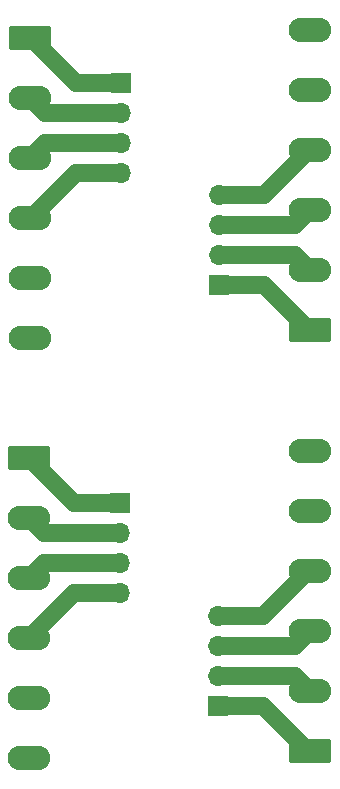
<source format=gtl>
G04 #@! TF.GenerationSoftware,KiCad,Pcbnew,(6.0.6)*
G04 #@! TF.CreationDate,2022-07-28T14:40:53+01:00*
G04 #@! TF.ProjectId,adapter-board,61646170-7465-4722-9d62-6f6172642e6b,rev?*
G04 #@! TF.SameCoordinates,Original*
G04 #@! TF.FileFunction,Copper,L1,Top*
G04 #@! TF.FilePolarity,Positive*
%FSLAX46Y46*%
G04 Gerber Fmt 4.6, Leading zero omitted, Abs format (unit mm)*
G04 Created by KiCad (PCBNEW (6.0.6)) date 2022-07-28 14:40:53*
%MOMM*%
%LPD*%
G01*
G04 APERTURE LIST*
G04 Aperture macros list*
%AMRoundRect*
0 Rectangle with rounded corners*
0 $1 Rounding radius*
0 $2 $3 $4 $5 $6 $7 $8 $9 X,Y pos of 4 corners*
0 Add a 4 corners polygon primitive as box body*
4,1,4,$2,$3,$4,$5,$6,$7,$8,$9,$2,$3,0*
0 Add four circle primitives for the rounded corners*
1,1,$1+$1,$2,$3*
1,1,$1+$1,$4,$5*
1,1,$1+$1,$6,$7*
1,1,$1+$1,$8,$9*
0 Add four rect primitives between the rounded corners*
20,1,$1+$1,$2,$3,$4,$5,0*
20,1,$1+$1,$4,$5,$6,$7,0*
20,1,$1+$1,$6,$7,$8,$9,0*
20,1,$1+$1,$8,$9,$2,$3,0*%
G04 Aperture macros list end*
G04 #@! TA.AperFunction,ComponentPad*
%ADD10R,1.700000X1.700000*%
G04 #@! TD*
G04 #@! TA.AperFunction,ComponentPad*
%ADD11O,1.700000X1.700000*%
G04 #@! TD*
G04 #@! TA.AperFunction,ComponentPad*
%ADD12RoundRect,0.249999X1.550001X-0.790001X1.550001X0.790001X-1.550001X0.790001X-1.550001X-0.790001X0*%
G04 #@! TD*
G04 #@! TA.AperFunction,ComponentPad*
%ADD13O,3.600000X2.080000*%
G04 #@! TD*
G04 #@! TA.AperFunction,ComponentPad*
%ADD14RoundRect,0.249999X-1.550001X0.790001X-1.550001X-0.790001X1.550001X-0.790001X1.550001X0.790001X0*%
G04 #@! TD*
G04 #@! TA.AperFunction,Conductor*
%ADD15C,1.500000*%
G04 #@! TD*
G04 APERTURE END LIST*
D10*
X138988800Y-123850400D03*
D11*
X138988800Y-121310400D03*
X138988800Y-118770400D03*
X138988800Y-116230400D03*
D10*
X130810000Y-71120000D03*
D11*
X130810000Y-73660000D03*
X130810000Y-76200000D03*
X130810000Y-78740000D03*
D12*
X146812000Y-127660400D03*
D13*
X146812000Y-122580400D03*
X146812000Y-117500400D03*
X146812000Y-112420400D03*
X146812000Y-107340400D03*
X146812000Y-102260400D03*
D10*
X130697200Y-106680000D03*
D11*
X130697200Y-109220000D03*
X130697200Y-111760000D03*
X130697200Y-114300000D03*
D10*
X139065000Y-88265000D03*
D11*
X139065000Y-85725000D03*
X139065000Y-83185000D03*
X139065000Y-80645000D03*
D14*
X123012200Y-102870000D03*
D13*
X123012200Y-107950000D03*
X123012200Y-113030000D03*
X123012200Y-118110000D03*
X123012200Y-123190000D03*
X123012200Y-128270000D03*
D12*
X146812000Y-92075000D03*
D13*
X146812000Y-86995000D03*
X146812000Y-81915000D03*
X146812000Y-76835000D03*
X146812000Y-71755000D03*
X146812000Y-66675000D03*
X123037600Y-92710000D03*
X123037600Y-87630000D03*
X123037600Y-82550000D03*
X123037600Y-77470000D03*
X123037600Y-72390000D03*
D14*
X123037600Y-67310000D03*
D15*
X146685000Y-76835000D02*
X146812000Y-76835000D01*
X142875000Y-80645000D02*
X146685000Y-76835000D01*
X139065000Y-80645000D02*
X142875000Y-80645000D01*
X145542000Y-83185000D02*
X146812000Y-81915000D01*
X139065000Y-83185000D02*
X145542000Y-83185000D01*
X145542000Y-85725000D02*
X146812000Y-86995000D01*
X139065000Y-85725000D02*
X145542000Y-85725000D01*
X146685000Y-92075000D02*
X146812000Y-92075000D01*
X142875000Y-88265000D02*
X146685000Y-92075000D01*
X139065000Y-88265000D02*
X142875000Y-88265000D01*
X146608800Y-112420400D02*
X146812000Y-112420400D01*
X138988800Y-116230400D02*
X142798800Y-116230400D01*
X145542000Y-118770400D02*
X146812000Y-117500400D01*
X138988800Y-118770400D02*
X145542000Y-118770400D01*
X145542000Y-121310400D02*
X146812000Y-122580400D01*
X142798800Y-116230400D02*
X146608800Y-112420400D01*
X138988800Y-121310400D02*
X145542000Y-121310400D01*
X142798800Y-123850400D02*
X146608800Y-127660400D01*
X138988800Y-123850400D02*
X142798800Y-123850400D01*
X146608800Y-127660400D02*
X146812000Y-127660400D01*
X123125000Y-67310000D02*
X123037600Y-67310000D01*
X126935000Y-71120000D02*
X123125000Y-67310000D01*
X130810000Y-71120000D02*
X126935000Y-71120000D01*
X124307600Y-73660000D02*
X123037600Y-72390000D01*
X130810000Y-73660000D02*
X124307600Y-73660000D01*
X124307600Y-76200000D02*
X123037600Y-77470000D01*
X123125000Y-82550000D02*
X123037600Y-82550000D01*
X126935000Y-78740000D02*
X123125000Y-82550000D01*
X130810000Y-78740000D02*
X126935000Y-78740000D01*
X130810000Y-76200000D02*
X124307600Y-76200000D01*
X126822200Y-114300000D02*
X123012200Y-118110000D01*
X130697200Y-114300000D02*
X126822200Y-114300000D01*
X124282200Y-111760000D02*
X123012200Y-113030000D01*
X130697200Y-111760000D02*
X124282200Y-111760000D01*
X130697200Y-109220000D02*
X124282200Y-109220000D01*
X124282200Y-109220000D02*
X123012200Y-107950000D01*
X126822200Y-106680000D02*
X123012200Y-102870000D01*
X130697200Y-106680000D02*
X126822200Y-106680000D01*
M02*

</source>
